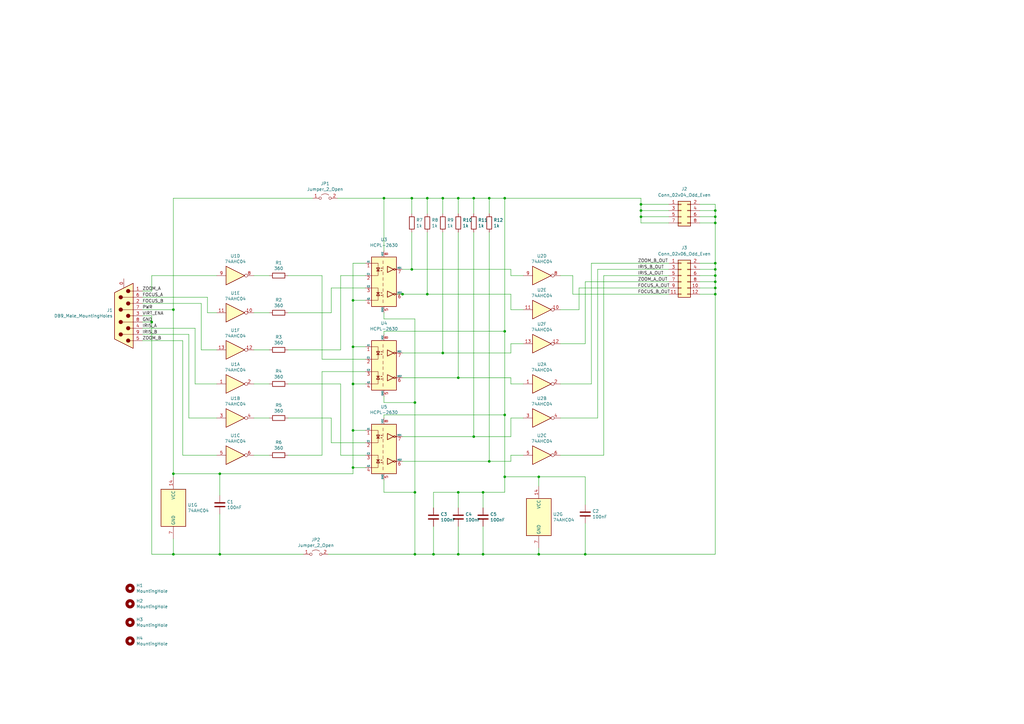
<source format=kicad_sch>
(kicad_sch (version 20211123) (generator eeschema)
  (paper "A3")
  (title_block (title "EZ-USB development board opto isolated motherboard"))
  (lib_symbols
    (symbol "74xx:74AHC04"
      (property "Reference" "U" (at 0 1.27 0))
      (property "Value" "74AHC04" (at 0 -1.27 0))
      (symbol "74AHC04_1_0"
        (polyline (pts (xy -3.81 3.81) (xy -3.81 -3.81) (xy 3.81 0) (xy -3.81 3.81)) (stroke (width 0.254)) (fill (type background)))
        (pin input line (at -7.62 0 0) (length 3.81) (name "~") (number "1"))
        (pin output inverted (at 7.62 0 180) (length 3.81) (name "~") (number "2"))
      )
      (symbol "74AHC04_2_0"
        (polyline (pts (xy -3.81 3.81) (xy -3.81 -3.81) (xy 3.81 0) (xy -3.81 3.81)) (stroke (width 0.254)) (fill (type background)))
        (pin input line (at -7.62 0 0) (length 3.81) (name "~") (number "3"))
        (pin output inverted (at 7.62 0 180) (length 3.81) (name "~") (number "4"))
      )
      (symbol "74AHC04_3_0"
        (polyline (pts (xy -3.81 3.81) (xy -3.81 -3.81) (xy 3.81 0) (xy -3.81 3.81)) (stroke (width 0.254)) (fill (type background)))
        (pin input line (at -7.62 0 0) (length 3.81) (name "~") (number "5"))
        (pin output inverted (at 7.62 0 180) (length 3.81) (name "~") (number "6"))
      )
      (symbol "74AHC04_4_0"
        (polyline (pts (xy -3.81 3.81) (xy -3.81 -3.81) (xy 3.81 0) (xy -3.81 3.81)) (stroke (width 0.254)) (fill (type background)))
        (pin output inverted (at 7.62 0 180) (length 3.81) (name "~") (number "8"))
        (pin input line (at -7.62 0 0) (length 3.81) (name "~") (number "9"))
      )
      (symbol "74AHC04_5_0"
        (polyline (pts (xy -3.81 3.81) (xy -3.81 -3.81) (xy 3.81 0) (xy -3.81 3.81)) (stroke (width 0.254)) (fill (type background)))
        (pin output inverted (at 7.62 0 180) (length 3.81) (name "~") (number "10"))
        (pin input line (at -7.62 0 0) (length 3.81) (name "~") (number "11"))
      )
      (symbol "74AHC04_6_0"
        (polyline (pts (xy -3.81 3.81) (xy -3.81 -3.81) (xy 3.81 0) (xy -3.81 3.81)) (stroke (width 0.254)) (fill (type background)))
        (pin output inverted (at 7.62 0 180) (length 3.81) (name "~") (number "12"))
        (pin input line (at -7.62 0 0) (length 3.81) (name "~") (number "13"))
      )
      (symbol "74AHC04_7_0"
        (pin power_in line (at 0 12.7 270) (length 5.08) (name "VCC") (number "14"))
        (pin power_in line (at 0 -12.7 90) (length 5.08) (name "GND") (number "7"))
      )
      (symbol "74AHC04_7_1"
        (rectangle (start -5.08 7.62) (end 5.08 -7.62) (stroke (width 0.254)) (fill (type background)))
      )
    )
    (symbol "Connector:DB9_Male_MountingHoles" (pin_names (offset 1.016) hide)
      (property "Reference" "J" (at 0 16.51 0))
      (property "Value" "DB9_Male_MountingHoles" (at 0 14.605 0))
      (symbol "DB9_Male_MountingHoles_0_1"
        (circle (center -1.778 -10.16) (radius 0.762) (fill (type outline)))
        (circle (center -1.778 -5.08) (radius 0.762) (fill (type outline)))
        (circle (center -1.778 0) (radius 0.762) (fill (type outline)))
        (circle (center -1.778 5.08) (radius 0.762) (fill (type outline)))
        (circle (center -1.778 10.16) (radius 0.762) (fill (type outline)))
        (polyline (pts (xy -3.81 -10.16) (xy -2.54 -10.16)))
        (polyline (pts (xy -3.81 -7.62) (xy 0.508 -7.62)))
        (polyline (pts (xy -3.81 -5.08) (xy -2.54 -5.08)))
        (polyline (pts (xy -3.81 -2.54) (xy 0.508 -2.54)))
        (polyline (pts (xy -3.81 0) (xy -2.54 0)))
        (polyline (pts (xy -3.81 2.54) (xy 0.508 2.54)))
        (polyline (pts (xy -3.81 5.08) (xy -2.54 5.08)))
        (polyline (pts (xy -3.81 7.62) (xy 0.508 7.62)))
        (polyline (pts (xy -3.81 10.16) (xy -2.54 10.16)))
        (polyline (pts (xy -3.81 -13.335) (xy -3.81 13.335) (xy 3.81 9.525) (xy 3.81 -9.525) (xy -3.81 -13.335)) (stroke (width 0.254)) (fill (type background)))
        (circle (center 1.27 -7.62) (radius 0.762) (fill (type outline)))
        (circle (center 1.27 -2.54) (radius 0.762) (fill (type outline)))
        (circle (center 1.27 2.54) (radius 0.762) (fill (type outline)))
        (circle (center 1.27 7.62) (radius 0.762) (fill (type outline)))
      )
      (symbol "DB9_Male_MountingHoles_1_1"
        (pin passive line (at 0 -15.24 90) (length 3.81) (name "PAD") (number "0"))
        (pin passive line (at -7.62 -10.16 0) (length 3.81) (name "1") (number "1"))
        (pin passive line (at -7.62 -5.08 0) (length 3.81) (name "2") (number "2"))
        (pin passive line (at -7.62 0 0) (length 3.81) (name "3") (number "3"))
        (pin passive line (at -7.62 5.08 0) (length 3.81) (name "4") (number "4"))
        (pin passive line (at -7.62 10.16 0) (length 3.81) (name "5") (number "5"))
        (pin passive line (at -7.62 -7.62 0) (length 3.81) (name "6") (number "6"))
        (pin passive line (at -7.62 -2.54 0) (length 3.81) (name "7") (number "7"))
        (pin passive line (at -7.62 2.54 0) (length 3.81) (name "8") (number "8"))
        (pin passive line (at -7.62 7.62 0) (length 3.81) (name "9") (number "9"))
      )
    )
    (symbol "Connector_Generic:Conn_02x04_Odd_Even" (pin_names (offset 1.016) hide)
      (property "Reference" "J" (at 1.27 5.08 0))
      (property "Value" "Conn_02x04_Odd_Even" (at 1.27 -7.62 0))
      (symbol "Conn_02x04_Odd_Even_1_1"
        (rectangle (start -1.27 -4.953) (end 0 -5.207) (stroke (width 0.1524)))
        (rectangle (start -1.27 -2.413) (end 0 -2.667) (stroke (width 0.1524)))
        (rectangle (start -1.27 0.127) (end 0 -0.127) (stroke (width 0.1524)))
        (rectangle (start -1.27 2.667) (end 0 2.413) (stroke (width 0.1524)))
        (rectangle (start -1.27 3.81) (end 3.81 -6.35) (stroke (width 0.254)) (fill (type background)))
        (rectangle (start 3.81 -4.953) (end 2.54 -5.207) (stroke (width 0.1524)))
        (rectangle (start 3.81 -2.413) (end 2.54 -2.667) (stroke (width 0.1524)))
        (rectangle (start 3.81 0.127) (end 2.54 -0.127) (stroke (width 0.1524)))
        (rectangle (start 3.81 2.667) (end 2.54 2.413) (stroke (width 0.1524)))
        (pin passive line (at -5.08 2.54 0) (length 3.81) (name "Pin_1") (number "1"))
        (pin passive line (at 7.62 2.54 180) (length 3.81) (name "Pin_2") (number "2"))
        (pin passive line (at -5.08 0 0) (length 3.81) (name "Pin_3") (number "3"))
        (pin passive line (at 7.62 0 180) (length 3.81) (name "Pin_4") (number "4"))
        (pin passive line (at -5.08 -2.54 0) (length 3.81) (name "Pin_5") (number "5"))
        (pin passive line (at 7.62 -2.54 180) (length 3.81) (name "Pin_6") (number "6"))
        (pin passive line (at -5.08 -5.08 0) (length 3.81) (name "Pin_7") (number "7"))
        (pin passive line (at 7.62 -5.08 180) (length 3.81) (name "Pin_8") (number "8"))
      )
    )
    (symbol "Connector_Generic:Conn_02x06_Odd_Even" (pin_names (offset 1.016) hide)
      (property "Reference" "J" (at 1.27 7.62 0))
      (property "Value" "Conn_02x06_Odd_Even" (at 1.27 -10.16 0))
      (symbol "Conn_02x06_Odd_Even_1_1"
        (rectangle (start -1.27 -7.493) (end 0 -7.747) (stroke (width 0.1524)))
        (rectangle (start -1.27 -4.953) (end 0 -5.207) (stroke (width 0.1524)))
        (rectangle (start -1.27 -2.413) (end 0 -2.667) (stroke (width 0.1524)))
        (rectangle (start -1.27 0.127) (end 0 -0.127) (stroke (width 0.1524)))
        (rectangle (start -1.27 2.667) (end 0 2.413) (stroke (width 0.1524)))
        (rectangle (start -1.27 5.207) (end 0 4.953) (stroke (width 0.1524)))
        (rectangle (start -1.27 6.35) (end 3.81 -8.89) (stroke (width 0.254)) (fill (type background)))
        (rectangle (start 3.81 -7.493) (end 2.54 -7.747) (stroke (width 0.1524)))
        (rectangle (start 3.81 -4.953) (end 2.54 -5.207) (stroke (width 0.1524)))
        (rectangle (start 3.81 -2.413) (end 2.54 -2.667) (stroke (width 0.1524)))
        (rectangle (start 3.81 0.127) (end 2.54 -0.127) (stroke (width 0.1524)))
        (rectangle (start 3.81 2.667) (end 2.54 2.413) (stroke (width 0.1524)))
        (rectangle (start 3.81 5.207) (end 2.54 4.953) (stroke (width 0.1524)))
        (pin passive line (at -5.08 5.08 0) (length 3.81) (name "Pin_1") (number "1"))
        (pin passive line (at 7.62 -5.08 180) (length 3.81) (name "Pin_10") (number "10"))
        (pin passive line (at -5.08 -7.62 0) (length 3.81) (name "Pin_11") (number "11"))
        (pin passive line (at 7.62 -7.62 180) (length 3.81) (name "Pin_12") (number "12"))
        (pin passive line (at 7.62 5.08 180) (length 3.81) (name "Pin_2") (number "2"))
        (pin passive line (at -5.08 2.54 0) (length 3.81) (name "Pin_3") (number "3"))
        (pin passive line (at 7.62 2.54 180) (length 3.81) (name "Pin_4") (number "4"))
        (pin passive line (at -5.08 0 0) (length 3.81) (name "Pin_5") (number "5"))
        (pin passive line (at 7.62 0 180) (length 3.81) (name "Pin_6") (number "6"))
        (pin passive line (at -5.08 -2.54 0) (length 3.81) (name "Pin_7") (number "7"))
        (pin passive line (at 7.62 -2.54 180) (length 3.81) (name "Pin_8") (number "8"))
        (pin passive line (at -5.08 -5.08 0) (length 3.81) (name "Pin_9") (number "9"))
      )
    )
    (symbol "Device:C" (pin_numbers hide) (pin_names (offset 0.254))
      (property "Reference" "C" (at 0.635 2.54 0))
      (property "Value" "C" (at 0.635 -2.54 0))
      (symbol "C_0_1"
        (polyline (pts (xy -2.032 -0.762) (xy 2.032 -0.762)) (stroke (width 0.508)))
        (polyline (pts (xy -2.032 0.762) (xy 2.032 0.762)) (stroke (width 0.508)))
      )
      (symbol "C_1_1"
        (pin passive line (at 0 3.81 270) (length 2.794) (name "~") (number "1"))
        (pin passive line (at 0 -3.81 90) (length 2.794) (name "~") (number "2"))
      )
    )
    (symbol "Device:R" (pin_numbers hide) (pin_names (offset 0))
      (property "Reference" "R" (at 2.032 0 90))
      (property "Value" "R" (at 0 0 90))
      (symbol "R_0_1"
        (rectangle (start -1.016 -2.54) (end 1.016 2.54) (stroke (width 0.254)))
      )
      (symbol "R_1_1"
        (pin passive line (at 0 3.81 270) (length 1.27) (name "~") (number "1"))
        (pin passive line (at 0 -3.81 90) (length 1.27) (name "~") (number "2"))
      )
    )
    (symbol "Isolator:HCPL-2630" (pin_names (offset 0))
      (property "Reference" "U" (at -4.064 11.43 0))
      (property "Value" "HCPL-2630" (at 7.62 11.43 0))
      (symbol "HCPL-2630_1_1"
        (rectangle (start -5.08 10.16) (end 5.08 -10.16) (stroke (width 0.254)) (fill (type background)))
        (polyline (pts (xy -3.048 -4.445) (xy -1.778 -4.445)) (stroke (width 0.254)))
        (polyline (pts (xy -3.048 4.445) (xy -1.778 4.445)) (stroke (width 0.254)))
        (polyline (pts (xy -0.381 -7.366) (xy -0.381 -8.636)))
        (polyline (pts (xy -0.381 -5.08) (xy -0.381 -6.35)))
        (polyline (pts (xy -0.381 -2.794) (xy -0.381 -4.064)))
        (polyline (pts (xy -0.381 -0.508) (xy -0.381 -1.778)))
        (polyline (pts (xy -0.381 1.778) (xy -0.381 0.508)))
        (polyline (pts (xy -0.381 4.064) (xy -0.381 2.794)))
        (polyline (pts (xy -0.381 6.35) (xy -0.381 5.08)))
        (polyline (pts (xy -0.381 8.636) (xy -0.381 7.366)))
        (polyline (pts (xy 4.699 -5.08) (xy 5.207 -5.08)) (stroke (width 0.254)))
        (polyline (pts (xy 4.699 5.08) (xy 5.334 5.08)) (stroke (width 0.254)))
        (polyline (pts (xy -4.953 -7.62) (xy -2.413 -7.62) (xy -2.413 -5.715)))
        (polyline (pts (xy -4.953 7.62) (xy -2.413 7.62) (xy -2.413 4.318)))
        (polyline (pts (xy -2.413 -5.842) (xy -2.413 -2.54) (xy -4.953 -2.54)))
        (polyline (pts (xy -2.413 4.445) (xy -2.413 2.54) (xy -4.953 2.54)))
        (polyline (pts (xy -2.413 -4.445) (xy -3.048 -5.715) (xy -1.778 -5.715) (xy -2.413 -4.445)) (stroke (width 0.254)))
        (polyline (pts (xy -2.413 4.445) (xy -3.048 5.715) (xy -1.778 5.715) (xy -2.413 4.445)) (stroke (width 0.254)))
        (polyline (pts (xy 3.937 -5.08) (xy 1.397 -3.81) (xy 1.397 -6.35) (xy 3.937 -5.08)) (stroke (width 0.254)))
        (polyline (pts (xy 3.937 5.08) (xy 1.397 6.35) (xy 1.397 3.81) (xy 3.937 5.08)) (stroke (width 0.254)))
        (polyline (pts (xy -1.397 -5.588) (xy -0.635 -5.588) (xy -1.016 -5.715) (xy -1.016 -5.461) (xy -0.635 -5.588)) (stroke (width 0.127)))
        (polyline (pts (xy -1.397 -4.572) (xy -0.635 -4.572) (xy -1.016 -4.699) (xy -1.016 -4.445) (xy -0.635 -4.572)) (stroke (width 0.127)))
        (polyline (pts (xy -1.397 4.572) (xy -0.635 4.572) (xy -1.016 4.445) (xy -1.016 4.699) (xy -0.635 4.572)) (stroke (width 0.127)))
        (polyline (pts (xy -1.397 5.588) (xy -0.635 5.588) (xy -1.016 5.461) (xy -1.016 5.715) (xy -0.635 5.588)) (stroke (width 0.127)))
        (circle (center 4.318 -5.08) (radius 0.3556) (stroke (width 0.254)))
        (circle (center 4.318 5.08) (radius 0.3556) (stroke (width 0.254)))
        (pin passive line (at -7.62 7.62 0) (length 2.54) (name "A1") (number "1"))
        (pin passive line (at -7.62 2.54 0) (length 2.54) (name "C1") (number "2"))
        (pin passive line (at -7.62 -2.54 0) (length 2.54) (name "C2") (number "3"))
        (pin passive line (at -7.62 -7.62 0) (length 2.54) (name "A2") (number "4"))
        (pin power_in line (at 0 -12.7 90) (length 2.54) (name "GND") (number "5"))
        (pin open_collector line (at 7.62 -5.08 180) (length 2.54) (name "VO2") (number "6"))
        (pin open_collector line (at 7.62 5.08 180) (length 2.54) (name "VO1") (number "7"))
        (pin power_in line (at 0 12.7 270) (length 2.54) (name "VCC") (number "8"))
      )
    )
    (symbol "Jumper:Jumper_2_Open" (pin_names (offset 0) hide)
      (property "Reference" "JP" (at 0 2.794 0))
      (property "Value" "Jumper_2_Open" (at 0 -2.286 0))
      (symbol "Jumper_2_Open_0_0"
        (circle (center -2.032 0) (radius 0.508))
        (circle (center 2.032 0) (radius 0.508))
      )
      (symbol "Jumper_2_Open_0_1"
        (arc (start 1.524 1.27) (mid 0 1.778) (end -1.524 1.27))
      )
      (symbol "Jumper_2_Open_1_1"
        (pin passive line (at -5.08 0 0) (length 2.54) (name "A") (number "1"))
        (pin passive line (at 5.08 0 180) (length 2.54) (name "B") (number "2"))
      )
    )
    (symbol "Mechanical:MountingHole" (pin_names (offset 1.016))
      (property "Reference" "H" (at 0 5.08 0))
      (property "Value" "MountingHole" (at 0 3.175 0))
      (symbol "MountingHole_0_1"
        (circle (center 0 0) (radius 1.27) (stroke (width 1.27)))
      )
    )
  )
  (junction (at 194.31 179.07))
  (junction (at 200.66 81.28))
  (junction (at 144.78 142.24))
  (junction (at 165.1 120.65))
  (junction (at 198.12 201.93))
  (junction (at 187.96 154.94))
  (junction (at 187.96 227.33))
  (junction (at 157.48 81.28))
  (junction (at 293.37 107.95))
  (junction (at 181.61 144.78))
  (junction (at 144.78 123.19))
  (junction (at 71.12 194.31))
  (junction (at 144.78 157.48))
  (junction (at 262.89 86.36))
  (junction (at 262.89 88.9))
  (junction (at 293.37 118.11))
  (junction (at 194.31 81.28))
  (junction (at 293.37 115.57))
  (junction (at 293.37 110.49))
  (junction (at 170.18 201.93))
  (junction (at 168.91 81.28))
  (junction (at 177.8 227.33))
  (junction (at 181.61 81.28))
  (junction (at 207.01 81.28))
  (junction (at 198.12 227.33))
  (junction (at 220.98 195.58))
  (junction (at 200.66 189.23))
  (junction (at 207.01 170.18))
  (junction (at 187.96 201.93))
  (junction (at 175.26 81.28))
  (junction (at 293.37 91.44))
  (junction (at 293.37 88.9))
  (junction (at 293.37 113.03))
  (junction (at 170.18 227.33))
  (junction (at 187.96 81.28))
  (junction (at 90.17 227.33))
  (junction (at 240.03 227.33))
  (junction (at 62.23 132.08))
  (junction (at 207.01 195.58))
  (junction (at 168.91 110.49))
  (junction (at 90.17 194.31))
  (junction (at 170.18 165.1))
  (junction (at 71.12 127))
  (junction (at 71.12 227.33))
  (junction (at 293.37 86.36))
  (junction (at 144.78 191.77))
  (junction (at 207.01 135.89))
  (junction (at 293.37 120.65))
  (junction (at 175.26 120.65))
  (junction (at 220.98 227.33))
  (junction (at 144.78 176.53))
  (junction (at 262.89 83.82))
  (wire (pts (xy 220.98 195.58) (xy 207.01 195.58)))
  (wire (pts (xy 245.11 110.49) (xy 245.11 171.45)))
  (wire (pts (xy 144.78 142.24) (xy 144.78 157.48)))
  (wire (pts (xy 200.66 95.25) (xy 200.66 189.23)))
  (wire (pts (xy 139.7 113.03) (xy 149.86 113.03)))
  (wire (pts (xy 240.03 227.33) (xy 293.37 227.33)))
  (wire (pts (xy 71.12 127) (xy 71.12 81.28)))
  (wire (pts (xy 132.08 113.03) (xy 132.08 147.32)))
  (wire (pts (xy 177.8 215.9) (xy 177.8 227.33)))
  (wire (pts (xy 209.55 189.23) (xy 209.55 186.69)))
  (wire (pts (xy 118.11 171.45) (xy 135.89 171.45)))
  (wire (pts (xy 287.02 115.57) (xy 293.37 115.57)))
  (wire (pts (xy 118.11 113.03) (xy 132.08 113.03)))
  (wire (pts (xy 90.17 194.31) (xy 90.17 203.2)))
  (wire (pts (xy 71.12 81.28) (xy 128.27 81.28)))
  (wire (pts (xy 80.01 134.62) (xy 80.01 157.48)))
  (wire (pts (xy 90.17 210.82) (xy 90.17 227.33)))
  (wire (pts (xy 104.14 171.45) (xy 110.49 171.45)))
  (wire (pts (xy 134.62 227.33) (xy 170.18 227.33)))
  (wire (pts (xy 198.12 208.28) (xy 198.12 201.93)))
  (wire (pts (xy 104.14 186.69) (xy 110.49 186.69)))
  (wire (pts (xy 82.55 143.51) (xy 88.9 143.51)))
  (wire (pts (xy 247.65 113.03) (xy 274.32 113.03)))
  (wire (pts (xy 262.89 91.44) (xy 274.32 91.44)))
  (wire (pts (xy 135.89 171.45) (xy 135.89 181.61)))
  (wire (pts (xy 58.42 127) (xy 71.12 127)))
  (wire (pts (xy 71.12 194.31) (xy 90.17 194.31)))
  (wire (pts (xy 157.48 170.18) (xy 207.01 170.18)))
  (wire (pts (xy 209.55 120.65) (xy 209.55 127)))
  (wire (pts (xy 157.48 130.81) (xy 170.18 130.81)))
  (wire (pts (xy 144.78 107.95) (xy 144.78 123.19)))
  (wire (pts (xy 181.61 87.63) (xy 181.61 81.28)))
  (wire (pts (xy 194.31 87.63) (xy 194.31 81.28)))
  (wire (pts (xy 62.23 119.38) (xy 62.23 113.03)))
  (wire (pts (xy 168.91 81.28) (xy 168.91 87.63)))
  (wire (pts (xy 209.55 140.97) (xy 214.63 140.97)))
  (wire (pts (xy 207.01 81.28) (xy 207.01 135.89)))
  (wire (pts (xy 209.55 120.65) (xy 175.26 120.65)))
  (wire (pts (xy 234.95 113.03) (xy 234.95 120.65)))
  (wire (pts (xy 293.37 86.36) (xy 293.37 88.9)))
  (wire (pts (xy 165.1 179.07) (xy 194.31 179.07)))
  (wire (pts (xy 262.89 88.9) (xy 262.89 91.44)))
  (wire (pts (xy 187.96 81.28) (xy 194.31 81.28)))
  (wire (pts (xy 207.01 195.58) (xy 207.01 201.93)))
  (wire (pts (xy 187.96 95.25) (xy 187.96 154.94)))
  (wire (pts (xy 198.12 201.93) (xy 207.01 201.93)))
  (wire (pts (xy 262.89 83.82) (xy 262.89 86.36)))
  (wire (pts (xy 262.89 88.9) (xy 274.32 88.9)))
  (wire (pts (xy 144.78 176.53) (xy 144.78 191.77)))
  (wire (pts (xy 165.1 189.23) (xy 200.66 189.23)))
  (wire (pts (xy 229.87 127) (xy 237.49 127)))
  (wire (pts (xy 287.02 91.44) (xy 293.37 91.44)))
  (wire (pts (xy 58.42 119.38) (xy 62.23 119.38)))
  (wire (pts (xy 62.23 113.03) (xy 88.9 113.03)))
  (wire (pts (xy 209.55 157.48) (xy 214.63 157.48)))
  (wire (pts (xy 77.47 137.16) (xy 77.47 171.45)))
  (wire (pts (xy 58.42 129.54) (xy 62.23 129.54)))
  (wire (pts (xy 187.96 87.63) (xy 187.96 81.28)))
  (wire (pts (xy 135.89 118.11) (xy 149.86 118.11)))
  (wire (pts (xy 157.48 137.16) (xy 157.48 135.89)))
  (wire (pts (xy 58.42 124.46) (xy 82.55 124.46)))
  (wire (pts (xy 90.17 227.33) (xy 124.46 227.33)))
  (wire (pts (xy 187.96 154.94) (xy 209.55 154.94)))
  (wire (pts (xy 58.42 137.16) (xy 77.47 137.16)))
  (wire (pts (xy 177.8 227.33) (xy 187.96 227.33)))
  (wire (pts (xy 135.89 181.61) (xy 149.86 181.61)))
  (wire (pts (xy 200.66 81.28) (xy 207.01 81.28)))
  (wire (pts (xy 247.65 113.03) (xy 247.65 186.69)))
  (wire (pts (xy 170.18 130.81) (xy 170.18 165.1)))
  (wire (pts (xy 293.37 88.9) (xy 293.37 91.44)))
  (wire (pts (xy 200.66 189.23) (xy 209.55 189.23)))
  (wire (pts (xy 194.31 81.28) (xy 200.66 81.28)))
  (wire (pts (xy 157.48 165.1) (xy 170.18 165.1)))
  (wire (pts (xy 104.14 113.03) (xy 110.49 113.03)))
  (wire (pts (xy 209.55 179.07) (xy 209.55 171.45)))
  (wire (pts (xy 220.98 224.79) (xy 220.98 227.33)))
  (wire (pts (xy 85.09 121.92) (xy 85.09 128.27)))
  (wire (pts (xy 181.61 81.28) (xy 187.96 81.28)))
  (wire (pts (xy 293.37 113.03) (xy 293.37 115.57)))
  (wire (pts (xy 262.89 81.28) (xy 262.89 83.82)))
  (wire (pts (xy 287.02 88.9) (xy 293.37 88.9)))
  (wire (pts (xy 293.37 120.65) (xy 293.37 227.33)))
  (wire (pts (xy 242.57 107.95) (xy 242.57 157.48)))
  (wire (pts (xy 229.87 171.45) (xy 245.11 171.45)))
  (wire (pts (xy 170.18 165.1) (xy 170.18 201.93)))
  (wire (pts (xy 229.87 157.48) (xy 242.57 157.48)))
  (wire (pts (xy 293.37 118.11) (xy 293.37 120.65)))
  (wire (pts (xy 104.14 143.51) (xy 110.49 143.51)))
  (wire (pts (xy 229.87 113.03) (xy 234.95 113.03)))
  (wire (pts (xy 209.55 154.94) (xy 209.55 157.48)))
  (wire (pts (xy 187.96 227.33) (xy 198.12 227.33)))
  (wire (pts (xy 240.03 195.58) (xy 240.03 207.01)))
  (wire (pts (xy 200.66 81.28) (xy 200.66 87.63)))
  (wire (pts (xy 245.11 110.49) (xy 274.32 110.49)))
  (wire (pts (xy 132.08 152.4) (xy 149.86 152.4)))
  (wire (pts (xy 58.42 121.92) (xy 85.09 121.92)))
  (wire (pts (xy 207.01 135.89) (xy 207.01 170.18)))
  (wire (pts (xy 240.03 115.57) (xy 274.32 115.57)))
  (wire (pts (xy 162.56 120.65) (xy 165.1 120.65)))
  (wire (pts (xy 58.42 134.62) (xy 80.01 134.62)))
  (wire (pts (xy 77.47 171.45) (xy 88.9 171.45)))
  (wire (pts (xy 209.55 127) (xy 214.63 127)))
  (wire (pts (xy 118.11 157.48) (xy 139.7 157.48)))
  (wire (pts (xy 71.12 220.98) (xy 71.12 227.33)))
  (wire (pts (xy 144.78 157.48) (xy 144.78 176.53)))
  (wire (pts (xy 144.78 191.77) (xy 144.78 194.31)))
  (wire (pts (xy 149.86 191.77) (xy 144.78 191.77)))
  (wire (pts (xy 157.48 102.87) (xy 157.48 81.28)))
  (wire (pts (xy 234.95 120.65) (xy 274.32 120.65)))
  (wire (pts (xy 181.61 144.78) (xy 209.55 144.78)))
  (wire (pts (xy 170.18 227.33) (xy 177.8 227.33)))
  (wire (pts (xy 62.23 132.08) (xy 62.23 227.33)))
  (wire (pts (xy 85.09 128.27) (xy 88.9 128.27)))
  (wire (pts (xy 165.1 154.94) (xy 187.96 154.94)))
  (wire (pts (xy 80.01 157.48) (xy 88.9 157.48)))
  (wire (pts (xy 209.55 144.78) (xy 209.55 140.97)))
  (wire (pts (xy 220.98 199.39) (xy 220.98 195.58)))
  (wire (pts (xy 157.48 162.56) (xy 157.48 165.1)))
  (wire (pts (xy 194.31 179.07) (xy 209.55 179.07)))
  (wire (pts (xy 157.48 171.45) (xy 157.48 170.18)))
  (wire (pts (xy 177.8 208.28) (xy 177.8 201.93)))
  (wire (pts (xy 207.01 170.18) (xy 207.01 195.58)))
  (wire (pts (xy 293.37 115.57) (xy 293.37 118.11)))
  (wire (pts (xy 207.01 81.28) (xy 262.89 81.28)))
  (wire (pts (xy 149.86 107.95) (xy 144.78 107.95)))
  (wire (pts (xy 287.02 86.36) (xy 293.37 86.36)))
  (wire (pts (xy 237.49 118.11) (xy 274.32 118.11)))
  (wire (pts (xy 71.12 194.31) (xy 71.12 195.58)))
  (wire (pts (xy 157.48 196.85) (xy 157.48 201.93)))
  (wire (pts (xy 262.89 86.36) (xy 262.89 88.9)))
  (wire (pts (xy 175.26 81.28) (xy 181.61 81.28)))
  (wire (pts (xy 82.55 124.46) (xy 82.55 143.51)))
  (wire (pts (xy 157.48 81.28) (xy 168.91 81.28)))
  (wire (pts (xy 209.55 110.49) (xy 209.55 113.03)))
  (wire (pts (xy 287.02 83.82) (xy 293.37 83.82)))
  (wire (pts (xy 149.86 176.53) (xy 144.78 176.53)))
  (wire (pts (xy 209.55 113.03) (xy 214.63 113.03)))
  (wire (pts (xy 287.02 110.49) (xy 293.37 110.49)))
  (wire (pts (xy 138.43 81.28) (xy 157.48 81.28)))
  (wire (pts (xy 229.87 186.69) (xy 247.65 186.69)))
  (wire (pts (xy 209.55 186.69) (xy 214.63 186.69)))
  (wire (pts (xy 293.37 91.44) (xy 293.37 107.95)))
  (wire (pts (xy 198.12 215.9) (xy 198.12 227.33)))
  (wire (pts (xy 118.11 186.69) (xy 132.08 186.69)))
  (wire (pts (xy 240.03 227.33) (xy 240.03 214.63)))
  (wire (pts (xy 139.7 143.51) (xy 139.7 113.03)))
  (wire (pts (xy 237.49 118.11) (xy 237.49 127)))
  (wire (pts (xy 135.89 128.27) (xy 135.89 118.11)))
  (wire (pts (xy 74.93 139.7) (xy 74.93 186.69)))
  (wire (pts (xy 149.86 157.48) (xy 144.78 157.48)))
  (wire (pts (xy 104.14 128.27) (xy 110.49 128.27)))
  (wire (pts (xy 181.61 95.25) (xy 181.61 144.78)))
  (wire (pts (xy 175.26 120.65) (xy 165.1 120.65)))
  (wire (pts (xy 118.11 128.27) (xy 135.89 128.27)))
  (wire (pts (xy 168.91 81.28) (xy 175.26 81.28)))
  (wire (pts (xy 58.42 132.08) (xy 62.23 132.08)))
  (wire (pts (xy 71.12 227.33) (xy 90.17 227.33)))
  (wire (pts (xy 262.89 83.82) (xy 274.32 83.82)))
  (wire (pts (xy 144.78 123.19) (xy 144.78 142.24)))
  (wire (pts (xy 198.12 227.33) (xy 220.98 227.33)))
  (wire (pts (xy 287.02 107.95) (xy 293.37 107.95)))
  (wire (pts (xy 175.26 95.25) (xy 175.26 120.65)))
  (wire (pts (xy 132.08 186.69) (xy 132.08 152.4)))
  (wire (pts (xy 194.31 95.25) (xy 194.31 179.07)))
  (wire (pts (xy 157.48 128.27) (xy 157.48 130.81)))
  (wire (pts (xy 242.57 107.95) (xy 274.32 107.95)))
  (wire (pts (xy 168.91 95.25) (xy 168.91 110.49)))
  (wire (pts (xy 139.7 186.69) (xy 149.86 186.69)))
  (wire (pts (xy 71.12 127) (xy 71.12 194.31)))
  (wire (pts (xy 168.91 110.49) (xy 209.55 110.49)))
  (wire (pts (xy 165.1 144.78) (xy 181.61 144.78)))
  (wire (pts (xy 165.1 110.49) (xy 168.91 110.49)))
  (wire (pts (xy 149.86 123.19) (xy 144.78 123.19)))
  (wire (pts (xy 58.42 139.7) (xy 74.93 139.7)))
  (wire (pts (xy 132.08 147.32) (xy 149.86 147.32)))
  (wire (pts (xy 157.48 135.89) (xy 207.01 135.89)))
  (wire (pts (xy 62.23 129.54) (xy 62.23 132.08)))
  (wire (pts (xy 287.02 120.65) (xy 293.37 120.65)))
  (wire (pts (xy 149.86 142.24) (xy 144.78 142.24)))
  (wire (pts (xy 157.48 201.93) (xy 170.18 201.93)))
  (wire (pts (xy 104.14 157.48) (xy 110.49 157.48)))
  (wire (pts (xy 177.8 201.93) (xy 187.96 201.93)))
  (wire (pts (xy 187.96 208.28) (xy 187.96 201.93)))
  (wire (pts (xy 187.96 215.9) (xy 187.96 227.33)))
  (wire (pts (xy 220.98 227.33) (xy 240.03 227.33)))
  (wire (pts (xy 187.96 201.93) (xy 198.12 201.93)))
  (wire (pts (xy 139.7 157.48) (xy 139.7 186.69)))
  (wire (pts (xy 287.02 113.03) (xy 293.37 113.03)))
  (wire (pts (xy 74.93 186.69) (xy 88.9 186.69)))
  (wire (pts (xy 287.02 118.11) (xy 293.37 118.11)))
  (wire (pts (xy 220.98 195.58) (xy 240.03 195.58)))
  (wire (pts (xy 175.26 87.63) (xy 175.26 81.28)))
  (wire (pts (xy 170.18 201.93) (xy 170.18 227.33)))
  (wire (pts (xy 240.03 115.57) (xy 240.03 140.97)))
  (wire (pts (xy 262.89 86.36) (xy 274.32 86.36)))
  (wire (pts (xy 293.37 110.49) (xy 293.37 113.03)))
  (wire (pts (xy 118.11 143.51) (xy 139.7 143.51)))
  (wire (pts (xy 229.87 140.97) (xy 240.03 140.97)))
  (wire (pts (xy 293.37 83.82) (xy 293.37 86.36)))
  (wire (pts (xy 293.37 107.95) (xy 293.37 110.49)))
  (wire (pts (xy 209.55 171.45) (xy 214.63 171.45)))
  (wire (pts (xy 144.78 194.31) (xy 90.17 194.31)))
  (wire (pts (xy 62.23 227.33) (xy 71.12 227.33)))
  (label "IRIS_A_OUT" (at 261.62 113.03 0))
  (label "PWR" (at 58.42 127 0))
  (label "IRIS_B_OUT" (at 261.62 110.49 0))
  (label "ZOOM_B" (at 58.42 139.7 0))
  (label "IRIS_B" (at 58.42 137.16 0))
  (label "IRIS_A" (at 58.42 134.62 0))
  (label "ZOOM_A" (at 58.42 119.38 0))
  (label "FOCUS_A_OUT" (at 261.62 118.11 0))
  (label "GND" (at 58.42 132.08 0))
  (label "ZOOM_B_OUT" (at 261.62 107.95 0))
  (label "FOCUS_A" (at 58.42 121.92 0))
  (label "FOCUS_B_OUT" (at 261.62 120.65 0))
  (label "FOCUS_B" (at 58.42 124.46 0))
  (label "VIRT_ENA" (at 58.42 129.54 0))
  (label "ZOOM_A_OUT" (at 261.62 115.57 0))
  (symbol (lib_id "Connector:DB9_Male_MountingHoles") (at 50.8 129.54 180) (unit 1)
    (property "Reference" "J1" (at 46.228 127.2286 0) (effects (justify left)))
    (property "Value" "DB9_Male_MountingHoles" (at 46.228 129.54 0) (effects (justify left)))
    (property "Footprint" "Connector_Dsub:DSUB-9_Male_Horizontal_P2.77x2.84mm_EdgePinOffset9.90mm_Housed_MountingHolesOffset11.32mm" (effects hide))
    (property "Datasheet" " ~" (effects hide))
  )
  (symbol (lib_id "74xx:74AHC04") (at 96.52 113.03 0) (unit 4)
    (property "Reference" "U1" (at 96.52 104.9782 0))
    (property "Value" "74AHC04" (at 96.52 107.2896 0))
    (property "Footprint" "Package_DIP:DIP-14_W7.62mm" (effects hide))
    (property "Datasheet" "https://assets.nexperia.com/documents/data-sheet/74AHC_AHCT04.pdf" (effects hide))
  )
  (symbol (lib_id "74xx:74AHC04") (at 96.52 128.27 0) (unit 5)
    (property "Reference" "U1" (at 96.52 120.2182 0))
    (property "Value" "74AHC04" (at 96.52 122.5296 0))
    (property "Footprint" "Package_DIP:DIP-14_W7.62mm" (effects hide))
    (property "Datasheet" "https://assets.nexperia.com/documents/data-sheet/74AHC_AHCT04.pdf" (effects hide))
  )
  (symbol (lib_id "74xx:74AHC04") (at 96.52 143.51 0) (unit 6)
    (property "Reference" "U1" (at 96.52 135.4582 0))
    (property "Value" "74AHC04" (at 96.52 137.7696 0))
    (property "Footprint" "Package_DIP:DIP-14_W7.62mm" (effects hide))
    (property "Datasheet" "https://assets.nexperia.com/documents/data-sheet/74AHC_AHCT04.pdf" (effects hide))
  )
  (symbol (lib_id "74xx:74AHC04") (at 96.52 157.48 0) (unit 1)
    (property "Reference" "U1" (at 96.52 149.4282 0))
    (property "Value" "74AHC04" (at 96.52 151.7396 0))
    (property "Footprint" "Package_DIP:DIP-14_W7.62mm" (effects hide))
    (property "Datasheet" "https://assets.nexperia.com/documents/data-sheet/74AHC_AHCT04.pdf" (effects hide))
  )
  (symbol (lib_id "74xx:74AHC04") (at 96.52 171.45 0) (unit 2)
    (property "Reference" "U1" (at 96.52 163.3982 0))
    (property "Value" "74AHC04" (at 96.52 165.7096 0))
    (property "Footprint" "Package_DIP:DIP-14_W7.62mm" (effects hide))
    (property "Datasheet" "https://assets.nexperia.com/documents/data-sheet/74AHC_AHCT04.pdf" (effects hide))
  )
  (symbol (lib_id "74xx:74AHC04") (at 96.52 186.69 0) (unit 3)
    (property "Reference" "U1" (at 96.52 178.6382 0))
    (property "Value" "74AHC04" (at 96.52 180.9496 0))
    (property "Footprint" "Package_DIP:DIP-14_W7.62mm" (effects hide))
    (property "Datasheet" "https://assets.nexperia.com/documents/data-sheet/74AHC_AHCT04.pdf" (effects hide))
  )
  (symbol (lib_id "74xx:74AHC04") (at 71.12 208.28 0) (unit 7)
    (property "Reference" "U1" (at 76.962 207.1116 0) (effects (justify left)))
    (property "Value" "74AHC04" (at 76.962 209.423 0) (effects (justify left)))
    (property "Footprint" "Package_DIP:DIP-14_W7.62mm" (effects hide))
    (property "Datasheet" "https://assets.nexperia.com/documents/data-sheet/74AHC_AHCT04.pdf" (effects hide))
  )
  (symbol (lib_id "Device:C") (at 90.17 207.01 0) (unit 1)
    (property "Reference" "C1" (at 93.091 205.8416 0) (effects (justify left)))
    (property "Value" "100nF" (at 93.091 208.153 0) (effects (justify left)))
    (property "Footprint" "Capacitor_THT:C_Rect_L7.0mm_W2.0mm_P5.00mm" (effects hide))
  )
  (symbol (lib_id "Isolator:HCPL-2630") (at 157.48 115.57 0) (unit 1)
    (property "Reference" "U3" (at 157.48 98.2726 0))
    (property "Value" "HCPL-2630" (at 157.48 100.584 0))
    (property "Footprint" "Package_DIP:DIP-8_W7.62mm" (effects hide))
    (property "Datasheet" "https://docs.broadcom.com/docs/AV02-0940EN" (effects hide))
  )
  (symbol (lib_id "Isolator:HCPL-2630") (at 157.48 149.86 0) (unit 1)
    (property "Reference" "U4" (at 157.48 132.5626 0))
    (property "Value" "HCPL-2630" (at 157.48 134.874 0))
    (property "Footprint" "Package_DIP:DIP-8_W7.62mm" (effects hide))
    (property "Datasheet" "https://docs.broadcom.com/docs/AV02-0940EN" (effects hide))
  )
  (symbol (lib_id "Isolator:HCPL-2630") (at 157.48 184.15 0) (unit 1)
    (property "Reference" "U5" (at 157.48 166.8526 0))
    (property "Value" "HCPL-2630" (at 157.48 169.164 0))
    (property "Footprint" "Package_DIP:DIP-8_W7.62mm" (effects hide))
    (property "Datasheet" "https://docs.broadcom.com/docs/AV02-0940EN" (effects hide))
  )
  (symbol (lib_id "Device:R") (at 114.3 113.03 270) (unit 1)
    (property "Reference" "R1" (at 114.3 107.7722 90))
    (property "Value" "360" (at 114.3 110.0836 90))
    (property "Footprint" "Resistor_THT:R_Axial_DIN0309_L9.0mm_D3.2mm_P12.70mm_Horizontal" (effects hide))
  )
  (symbol (lib_id "Device:R") (at 114.3 128.27 270) (unit 1)
    (property "Reference" "R2" (at 114.3 123.0122 90))
    (property "Value" "360" (at 114.3 125.3236 90))
    (property "Footprint" "Resistor_THT:R_Axial_DIN0309_L9.0mm_D3.2mm_P12.70mm_Horizontal" (effects hide))
  )
  (symbol (lib_id "Device:R") (at 114.3 143.51 270) (unit 1)
    (property "Reference" "R3" (at 114.3 138.2522 90))
    (property "Value" "360" (at 114.3 140.5636 90))
    (property "Footprint" "Resistor_THT:R_Axial_DIN0309_L9.0mm_D3.2mm_P12.70mm_Horizontal" (effects hide))
  )
  (symbol (lib_id "Device:R") (at 114.3 157.48 270) (unit 1)
    (property "Reference" "R4" (at 114.3 152.2222 90))
    (property "Value" "360" (at 114.3 154.5336 90))
    (property "Footprint" "Resistor_THT:R_Axial_DIN0309_L9.0mm_D3.2mm_P12.70mm_Horizontal" (effects hide))
  )
  (symbol (lib_id "Device:R") (at 114.3 171.45 270) (unit 1)
    (property "Reference" "R5" (at 114.3 166.1922 90))
    (property "Value" "360" (at 114.3 168.5036 90))
    (property "Footprint" "Resistor_THT:R_Axial_DIN0309_L9.0mm_D3.2mm_P12.70mm_Horizontal" (effects hide))
  )
  (symbol (lib_id "Device:R") (at 114.3 186.69 270) (unit 1)
    (property "Reference" "R6" (at 114.3 181.4322 90))
    (property "Value" "360" (at 114.3 183.7436 90))
    (property "Footprint" "Resistor_THT:R_Axial_DIN0309_L9.0mm_D3.2mm_P12.70mm_Horizontal" (effects hide))
  )
  (symbol (lib_id "74xx:74AHC04") (at 222.25 113.03 0) (unit 4)
    (property "Reference" "U2" (at 222.25 104.9782 0))
    (property "Value" "74AHC04" (at 222.25 107.2896 0))
    (property "Footprint" "Package_DIP:DIP-14_W7.62mm" (effects hide))
    (property "Datasheet" "https://assets.nexperia.com/documents/data-sheet/74AHC_AHCT04.pdf" (effects hide))
  )
  (symbol (lib_id "74xx:74AHC04") (at 222.25 127 0) (unit 5)
    (property "Reference" "U2" (at 222.25 118.9482 0))
    (property "Value" "74AHC04" (at 222.25 121.2596 0))
    (property "Footprint" "Package_DIP:DIP-14_W7.62mm" (effects hide))
    (property "Datasheet" "https://assets.nexperia.com/documents/data-sheet/74AHC_AHCT04.pdf" (effects hide))
  )
  (symbol (lib_id "74xx:74AHC04") (at 222.25 140.97 0) (unit 6)
    (property "Reference" "U2" (at 222.25 132.9182 0))
    (property "Value" "74AHC04" (at 222.25 135.2296 0))
    (property "Footprint" "Package_DIP:DIP-14_W7.62mm" (effects hide))
    (property "Datasheet" "https://assets.nexperia.com/documents/data-sheet/74AHC_AHCT04.pdf" (effects hide))
  )
  (symbol (lib_id "74xx:74AHC04") (at 222.25 157.48 0) (unit 1)
    (property "Reference" "U2" (at 222.25 149.4282 0))
    (property "Value" "74AHC04" (at 222.25 151.7396 0))
    (property "Footprint" "Package_DIP:DIP-14_W7.62mm" (effects hide))
    (property "Datasheet" "https://assets.nexperia.com/documents/data-sheet/74AHC_AHCT04.pdf" (effects hide))
  )
  (symbol (lib_id "74xx:74AHC04") (at 222.25 171.45 0) (unit 2)
    (property "Reference" "U2" (at 222.25 163.3982 0))
    (property "Value" "74AHC04" (at 222.25 165.7096 0))
    (property "Footprint" "Package_DIP:DIP-14_W7.62mm" (effects hide))
    (property "Datasheet" "https://assets.nexperia.com/documents/data-sheet/74AHC_AHCT04.pdf" (effects hide))
  )
  (symbol (lib_id "74xx:74AHC04") (at 222.25 186.69 0) (unit 3)
    (property "Reference" "U2" (at 222.25 178.6382 0))
    (property "Value" "74AHC04" (at 222.25 180.9496 0))
    (property "Footprint" "Package_DIP:DIP-14_W7.62mm" (effects hide))
    (property "Datasheet" "https://assets.nexperia.com/documents/data-sheet/74AHC_AHCT04.pdf" (effects hide))
  )
  (symbol (lib_id "Device:R") (at 168.91 91.44 0) (unit 1)
    (property "Reference" "R7" (at 170.688 90.2716 0) (effects (justify left)))
    (property "Value" "1k" (at 170.688 92.583 0) (effects (justify left)))
    (property "Footprint" "Resistor_THT:R_Axial_DIN0309_L9.0mm_D3.2mm_P12.70mm_Horizontal" (effects hide))
  )
  (symbol (lib_id "Device:R") (at 175.26 91.44 0) (unit 1)
    (property "Reference" "R8" (at 177.038 90.2716 0) (effects (justify left)))
    (property "Value" "1k" (at 177.038 92.583 0) (effects (justify left)))
    (property "Footprint" "Resistor_THT:R_Axial_DIN0309_L9.0mm_D3.2mm_P12.70mm_Horizontal" (effects hide))
  )
  (symbol (lib_id "Device:R") (at 181.61 91.44 0) (unit 1)
    (property "Reference" "R9" (at 183.388 90.2716 0) (effects (justify left)))
    (property "Value" "1k" (at 183.388 92.583 0) (effects (justify left)))
    (property "Footprint" "Resistor_THT:R_Axial_DIN0309_L9.0mm_D3.2mm_P12.70mm_Horizontal" (effects hide))
  )
  (symbol (lib_id "Device:R") (at 187.96 91.44 0) (unit 1)
    (property "Reference" "R10" (at 189.738 90.2716 0) (effects (justify left)))
    (property "Value" "1k" (at 189.738 92.583 0) (effects (justify left)))
    (property "Footprint" "Resistor_THT:R_Axial_DIN0309_L9.0mm_D3.2mm_P12.70mm_Horizontal" (effects hide))
  )
  (symbol (lib_id "Device:R") (at 194.31 91.44 0) (unit 1)
    (property "Reference" "R11" (at 196.088 90.2716 0) (effects (justify left)))
    (property "Value" "1k" (at 196.088 92.583 0) (effects (justify left)))
    (property "Footprint" "Resistor_THT:R_Axial_DIN0309_L9.0mm_D3.2mm_P12.70mm_Horizontal" (effects hide))
  )
  (symbol (lib_id "Device:R") (at 200.66 91.44 0) (unit 1)
    (property "Reference" "R12" (at 202.438 90.2716 0) (effects (justify left)))
    (property "Value" "1k" (at 202.438 92.583 0) (effects (justify left)))
    (property "Footprint" "Resistor_THT:R_Axial_DIN0309_L9.0mm_D3.2mm_P12.70mm_Horizontal" (effects hide))
  )
  (symbol (lib_id "74xx:74AHC04") (at 220.98 212.09 0) (unit 7)
    (property "Reference" "U2" (at 226.822 210.9216 0) (effects (justify left)))
    (property "Value" "74AHC04" (at 226.822 213.233 0) (effects (justify left)))
    (property "Footprint" "Package_DIP:DIP-14_W7.62mm" (effects hide))
    (property "Datasheet" "https://assets.nexperia.com/documents/data-sheet/74AHC_AHCT04.pdf" (effects hide))
  )
  (symbol (lib_id "Device:C") (at 240.03 210.82 0) (unit 1)
    (property "Reference" "C2" (at 242.951 209.6516 0) (effects (justify left)))
    (property "Value" "100nF" (at 242.951 211.963 0) (effects (justify left)))
    (property "Footprint" "Capacitor_THT:C_Rect_L7.0mm_W2.0mm_P5.00mm" (effects hide))
  )
  (symbol (lib_id "Device:C") (at 177.8 212.09 0) (unit 1)
    (property "Reference" "C3" (at 180.721 210.9216 0) (effects (justify left)))
    (property "Value" "100nF" (at 180.721 213.233 0) (effects (justify left)))
    (property "Footprint" "Capacitor_THT:C_Rect_L7.0mm_W2.0mm_P5.00mm" (effects hide))
  )
  (symbol (lib_id "Device:C") (at 187.96 212.09 0) (unit 1)
    (property "Reference" "C4" (at 190.881 210.9216 0) (effects (justify left)))
    (property "Value" "100nF" (at 190.881 213.233 0) (effects (justify left)))
    (property "Footprint" "Capacitor_THT:C_Rect_L7.0mm_W2.0mm_P5.00mm" (effects hide))
  )
  (symbol (lib_id "Device:C") (at 198.12 212.09 0) (unit 1)
    (property "Reference" "C5" (at 201.041 210.9216 0) (effects (justify left)))
    (property "Value" "100nF" (at 201.041 213.233 0) (effects (justify left)))
    (property "Footprint" "Capacitor_THT:C_Rect_L7.0mm_W2.0mm_P5.00mm" (effects hide))
  )
  (symbol (lib_id "Jumper:Jumper_2_Open") (at 129.54 227.33 0) (unit 1)
    (property "Reference" "JP2" (at 129.54 221.361 0))
    (property "Value" "Jumper_2_Open" (at 129.54 223.6724 0))
    (property "Footprint" "Connector_PinHeader_2.54mm:PinHeader_1x02_P2.54mm_Vertical" (effects hide))
  )
  (symbol (lib_id "Jumper:Jumper_2_Open") (at 133.35 81.28 0) (unit 1)
    (property "Reference" "JP1" (at 133.35 75.311 0))
    (property "Value" "Jumper_2_Open" (at 133.35 77.6224 0))
    (property "Footprint" "Connector_PinHeader_2.54mm:PinHeader_1x02_P2.54mm_Vertical" (effects hide))
  )
  (symbol (lib_id "Mechanical:MountingHole") (at 53.34 241.3 0) (unit 1)
    (property "Reference" "H1" (at 55.88 240.1316 0) (effects (justify left)))
    (property "Value" "MountingHole" (at 55.88 242.443 0) (effects (justify left)))
    (property "Footprint" "MountingHole:MountingHole_3.2mm_M3" (effects hide))
  )
  (symbol (lib_id "Mechanical:MountingHole") (at 53.34 247.65 0) (unit 1)
    (property "Reference" "H2" (at 55.88 246.4816 0) (effects (justify left)))
    (property "Value" "MountingHole" (at 55.88 248.793 0) (effects (justify left)))
    (property "Footprint" "MountingHole:MountingHole_3.2mm_M3" (effects hide))
  )
  (symbol (lib_id "Mechanical:MountingHole") (at 53.34 255.27 0) (unit 1)
    (property "Reference" "H3" (at 55.88 254.1016 0) (effects (justify left)))
    (property "Value" "MountingHole" (at 55.88 256.413 0) (effects (justify left)))
    (property "Footprint" "MountingHole:MountingHole_3.2mm_M3" (effects hide))
  )
  (symbol (lib_id "Mechanical:MountingHole") (at 53.34 262.89 0) (unit 1)
    (property "Reference" "H4" (at 55.88 261.7216 0) (effects (justify left)))
    (property "Value" "MountingHole" (at 55.88 264.033 0) (effects (justify left)))
    (property "Footprint" "MountingHole:MountingHole_3.2mm_M3" (effects hide))
  )
  (symbol (lib_id "Connector_Generic:Conn_02x06_Odd_Even") (at 279.4 113.03 0) (unit 1)
    (property "Reference" "J3" (at 280.67 101.6 0))
    (property "Value" "Conn_02x06_Odd_Even" (at 280.67 104.14 0))
    (property "Footprint" "Connector_PinSocket_2.54mm:PinSocket_2x06_P2.54mm_Horizontal" (effects hide))
  )
  (symbol (lib_id "Connector_Generic:Conn_02x04_Odd_Even") (at 279.4 86.36 0) (unit 1)
    (property "Reference" "J2" (at 280.67 77.47 0))
    (property "Value" "Conn_02x04_Odd_Even" (at 280.67 80.01 0))
    (property "Footprint" "Connector_PinHeader_2.54mm:PinHeader_2x04_P2.54mm_Horizontal" (effects hide))
  )
)
</source>
